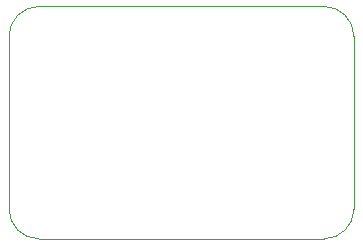
<source format=gbr>
G04 #@! TF.GenerationSoftware,KiCad,Pcbnew,(5.1.5-0-10_14)*
G04 #@! TF.CreationDate,2020-11-28T17:04:03+09:00*
G04 #@! TF.ProjectId,WEEK14_Networking_Analog_Temperature_Senser_Board_0328,5745454b-3134-45f4-9e65-74776f726b69,rev?*
G04 #@! TF.SameCoordinates,Original*
G04 #@! TF.FileFunction,Profile,NP*
%FSLAX46Y46*%
G04 Gerber Fmt 4.6, Leading zero omitted, Abs format (unit mm)*
G04 Created by KiCad (PCBNEW (5.1.5-0-10_14)) date 2020-11-28 17:04:03*
%MOMM*%
%LPD*%
G04 APERTURE LIST*
%ADD10C,0.050000*%
G04 APERTURE END LIST*
D10*
X203835000Y-26035000D02*
G75*
G02X206375000Y-23495000I2540000J0D01*
G01*
X206375000Y-43180000D02*
G75*
G02X203835000Y-40640000I0J2540000D01*
G01*
X233045000Y-40640000D02*
G75*
G02X230505000Y-43180000I-2540000J0D01*
G01*
X230505000Y-23495000D02*
G75*
G02X233045000Y-26035000I0J-2540000D01*
G01*
X203835000Y-40640000D02*
X203835000Y-26035000D01*
X230505000Y-43180000D02*
X206375000Y-43180000D01*
X233045000Y-26035000D02*
X233045000Y-40640000D01*
X206375000Y-23495000D02*
X230505000Y-23495000D01*
M02*

</source>
